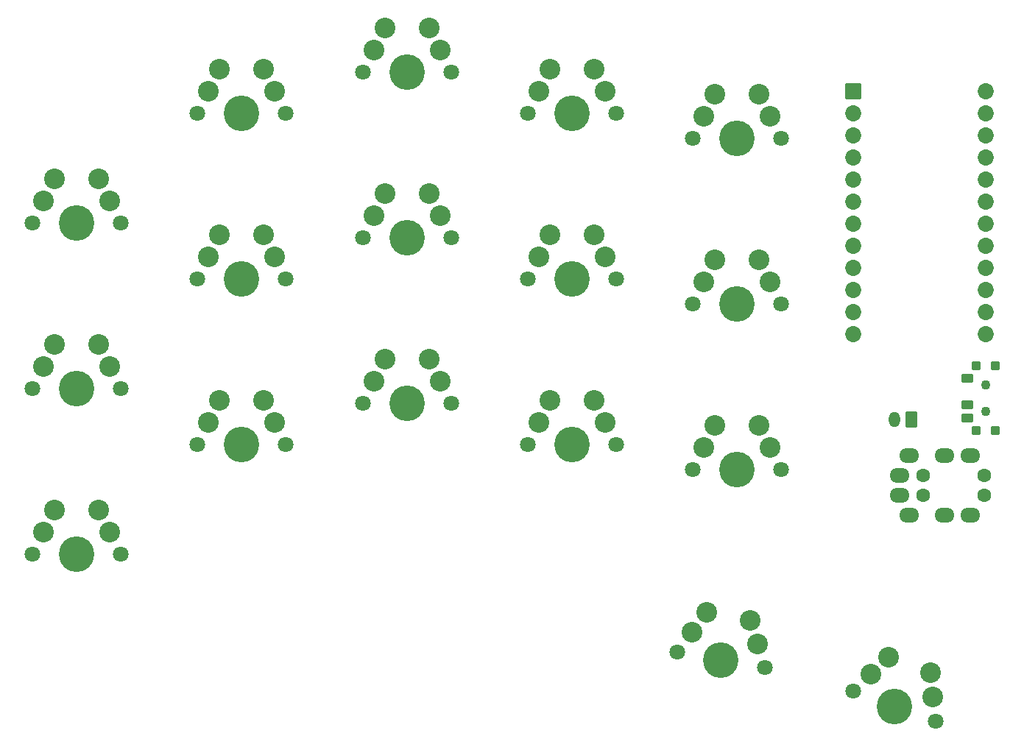
<source format=gbr>
%TF.GenerationSoftware,KiCad,Pcbnew,7.0.0*%
%TF.CreationDate,2023-02-26T13:34:35+00:00*%
%TF.ProjectId,olacc-34,6f6c6163-632d-4333-942e-6b696361645f,v1.0.0*%
%TF.SameCoordinates,Original*%
%TF.FileFunction,Soldermask,Bot*%
%TF.FilePolarity,Negative*%
%FSLAX46Y46*%
G04 Gerber Fmt 4.6, Leading zero omitted, Abs format (unit mm)*
G04 Created by KiCad (PCBNEW 7.0.0) date 2023-02-26 13:34:35*
%MOMM*%
%LPD*%
G01*
G04 APERTURE LIST*
G04 Aperture macros list*
%AMRoundRect*
0 Rectangle with rounded corners*
0 $1 Rounding radius*
0 $2 $3 $4 $5 $6 $7 $8 $9 X,Y pos of 4 corners*
0 Add a 4 corners polygon primitive as box body*
4,1,4,$2,$3,$4,$5,$6,$7,$8,$9,$2,$3,0*
0 Add four circle primitives for the rounded corners*
1,1,$1+$1,$2,$3*
1,1,$1+$1,$4,$5*
1,1,$1+$1,$6,$7*
1,1,$1+$1,$8,$9*
0 Add four rect primitives between the rounded corners*
20,1,$1+$1,$2,$3,$4,$5,0*
20,1,$1+$1,$4,$5,$6,$7,0*
20,1,$1+$1,$6,$7,$8,$9,0*
20,1,$1+$1,$8,$9,$2,$3,0*%
G04 Aperture macros list end*
%ADD10C,4.087800*%
%ADD11C,1.801800*%
%ADD12C,2.386000*%
%ADD13RoundRect,0.050000X-0.876300X0.876300X-0.876300X-0.876300X0.876300X-0.876300X0.876300X0.876300X0*%
%ADD14C,1.852600*%
%ADD15C,1.100000*%
%ADD16RoundRect,0.050000X-0.625000X0.450000X-0.625000X-0.450000X0.625000X-0.450000X0.625000X0.450000X0*%
%ADD17RoundRect,0.050000X-0.450000X0.450000X-0.450000X-0.450000X0.450000X-0.450000X0.450000X0.450000X0*%
%ADD18RoundRect,0.050000X0.600000X0.850000X-0.600000X0.850000X-0.600000X-0.850000X0.600000X-0.850000X0*%
%ADD19O,1.300000X1.800000*%
%ADD20C,1.600000*%
%ADD21O,2.300000X1.700000*%
G04 APERTURE END LIST*
D10*
%TO.C,S11*%
X57000000Y31623000D03*
D11*
X62080000Y31623000D03*
X51920000Y31623000D03*
D12*
X59540000Y36703000D03*
X53190000Y34163000D03*
X54460000Y36703000D03*
X60810000Y34163000D03*
%TD*%
D10*
%TO.C,S14*%
X76000000Y28765500D03*
D11*
X81080000Y28765500D03*
X70920000Y28765500D03*
D12*
X78540000Y33845500D03*
X72190000Y31305500D03*
X73460000Y33845500D03*
X79810000Y31305500D03*
%TD*%
D10*
%TO.C,S1*%
X0Y0D03*
D11*
X5080000Y0D03*
X-5080000Y0D03*
D12*
X2540000Y5080000D03*
X-3810000Y2540000D03*
X-2540000Y5080000D03*
X3810000Y2540000D03*
%TD*%
D10*
%TO.C,S2*%
X0Y19050000D03*
D11*
X5080000Y19050000D03*
X-5080000Y19050000D03*
D12*
X2540000Y24130000D03*
X-3810000Y21590000D03*
X-2540000Y24130000D03*
X3810000Y21590000D03*
%TD*%
D10*
%TO.C,S3*%
X0Y38100000D03*
D11*
X5080000Y38100000D03*
X-5080000Y38100000D03*
D12*
X2540000Y43180000D03*
X-3810000Y40640000D03*
X-2540000Y43180000D03*
X3810000Y40640000D03*
%TD*%
D10*
%TO.C,S4*%
X19000000Y12573000D03*
D11*
X24080000Y12573000D03*
X13920000Y12573000D03*
D12*
X21540000Y17653000D03*
X15190000Y15113000D03*
X16460000Y17653000D03*
X22810000Y15113000D03*
%TD*%
D10*
%TO.C,S5*%
X19000000Y31623000D03*
D11*
X24080000Y31623000D03*
X13920000Y31623000D03*
D12*
X21540000Y36703000D03*
X15190000Y34163000D03*
X16460000Y36703000D03*
X22810000Y34163000D03*
%TD*%
D10*
%TO.C,S6*%
X19000000Y50673000D03*
D11*
X24080000Y50673000D03*
X13920000Y50673000D03*
D12*
X21540000Y55753000D03*
X15190000Y53213000D03*
X16460000Y55753000D03*
X22810000Y53213000D03*
%TD*%
D10*
%TO.C,S7*%
X38000000Y17335500D03*
D11*
X43080000Y17335500D03*
X32920000Y17335500D03*
D12*
X40540000Y22415500D03*
X34190000Y19875500D03*
X35460000Y22415500D03*
X41810000Y19875500D03*
%TD*%
D10*
%TO.C,S8*%
X38000000Y36385500D03*
D11*
X43080000Y36385500D03*
X32920000Y36385500D03*
D12*
X40540000Y41465500D03*
X34190000Y38925500D03*
X35460000Y41465500D03*
X41810000Y38925500D03*
%TD*%
D10*
%TO.C,S9*%
X38000000Y55435500D03*
D11*
X43080000Y55435500D03*
X32920000Y55435500D03*
D12*
X40540000Y60515500D03*
X34190000Y57975500D03*
X35460000Y60515500D03*
X41810000Y57975500D03*
%TD*%
D10*
%TO.C,S10*%
X57000000Y12573000D03*
D11*
X62080000Y12573000D03*
X51920000Y12573000D03*
D12*
X59540000Y17653000D03*
X53190000Y15113000D03*
X54460000Y17653000D03*
X60810000Y15113000D03*
%TD*%
D10*
%TO.C,S12*%
X57000000Y50673000D03*
D11*
X62080000Y50673000D03*
X51920000Y50673000D03*
D12*
X59540000Y55753000D03*
X53190000Y53213000D03*
X54460000Y55753000D03*
X60810000Y53213000D03*
%TD*%
D10*
%TO.C,S13*%
X76000000Y9715500D03*
D11*
X81080000Y9715500D03*
X70920000Y9715500D03*
D12*
X78540000Y14795500D03*
X72190000Y12255500D03*
X73460000Y14795500D03*
X79810000Y12255500D03*
%TD*%
D10*
%TO.C,S15*%
X76000000Y47815500D03*
D11*
X81080000Y47815500D03*
X70920000Y47815500D03*
D12*
X78540000Y52895500D03*
X72190000Y50355500D03*
X73460000Y52895500D03*
X79810000Y50355500D03*
%TD*%
D10*
%TO.C,S16*%
X74145000Y-12192000D03*
D11*
X79147823Y-13074133D03*
X69142177Y-11309867D03*
D12*
X77528544Y-7630243D03*
X70833949Y-9028989D03*
X72525721Y-6748110D03*
X78338184Y-10352188D03*
%TD*%
D10*
%TO.C,S17*%
X94079609Y-17533462D03*
D11*
X98853248Y-19270924D03*
X89305970Y-15796000D03*
D12*
X98203891Y-13628555D03*
X91368111Y-13843546D03*
X93430252Y-11891092D03*
X98528569Y-16449739D03*
%TD*%
D13*
%TO.C,MCU1*%
X89335000Y53213000D03*
D14*
X89335000Y50673000D03*
X89335000Y48133000D03*
X89335000Y45593000D03*
X89335000Y43053000D03*
X89335000Y40513000D03*
X89335000Y37973000D03*
X89335000Y35433000D03*
X89335000Y32893000D03*
X89335000Y30353000D03*
X89335000Y27813000D03*
X89335000Y25273000D03*
X104575000Y53213000D03*
X104575000Y50673000D03*
X104575000Y48133000D03*
X104575000Y45593000D03*
X104575000Y43053000D03*
X104575000Y40513000D03*
X104575000Y37973000D03*
X104575000Y35433000D03*
X104575000Y32893000D03*
X104575000Y30353000D03*
X104575000Y27813000D03*
X104575000Y25273000D03*
%TD*%
D15*
%TO.C,T1*%
X104575000Y16415500D03*
X104575000Y19415500D03*
%TD*%
%TO.C,T2*%
X104575000Y16415500D03*
X104575000Y19415500D03*
D16*
X102500000Y20165500D03*
X102500000Y17165500D03*
X102500000Y15665500D03*
D17*
X105675000Y14215500D03*
X103475000Y14215500D03*
X103475000Y21615500D03*
X105675000Y21615500D03*
%TD*%
D18*
%TO.C,JST1*%
X96050000Y15430500D03*
D19*
X94049999Y15430499D03*
%TD*%
D20*
%TO.C,TRRS1*%
X97400000Y9015500D03*
X104400000Y9015500D03*
X97400000Y6715500D03*
X104400000Y6715500D03*
D21*
X94699999Y9015499D03*
X95799999Y4415499D03*
X99799999Y4415499D03*
X102799999Y4415499D03*
X94699999Y6715499D03*
X95799999Y11315499D03*
X99799999Y11315499D03*
X102799999Y11315499D03*
%TD*%
M02*

</source>
